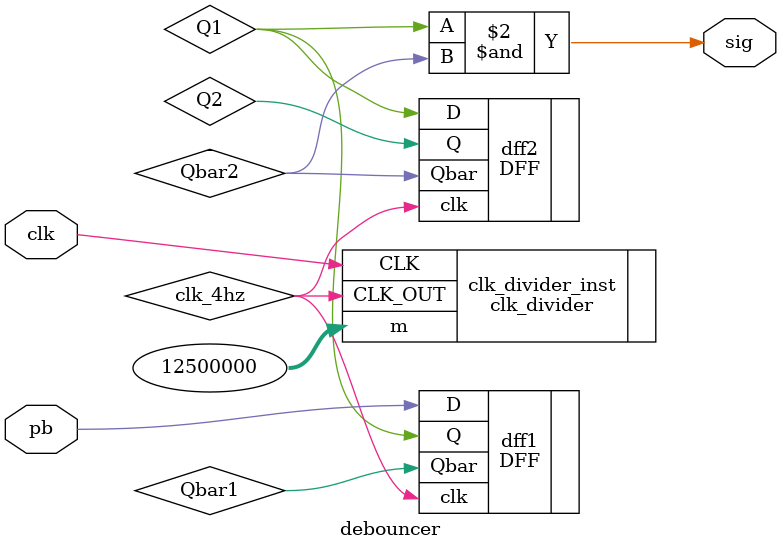
<source format=v>

`timescale 1ns / 1ps

// Pass in pushbutton signal, and 100MHZ clk, output debounced signal
module debouncer(
        input pb, clk, output sig
    );
    wire clk_4hz;
    // Create a 4hz clock
    clk_divider clk_divider_inst(
        .CLK(clk),
        .m(12_500_000),
        .CLK_OUT(clk_4hz)
    );
    wire Q1, Q2, Qbar1, Qbar2;
    DFF dff1( .D(pb), .clk(clk_4hz), .Q(Q1), .Qbar(Qbar1) );
    DFF dff2( .D(Q1), .clk(clk_4hz), .Q(Q2), .Qbar(Qbar2) );

    assign sig = Q1 & Qbar2;

endmodule

</source>
